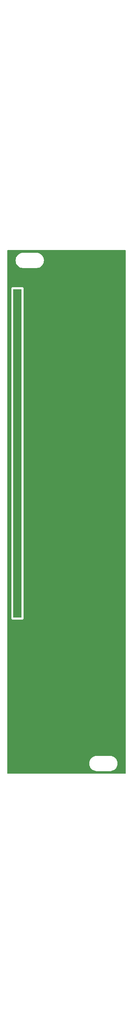
<source format=gbr>
%TF.GenerationSoftware,KiCad,Pcbnew,8.0.4*%
%TF.CreationDate,2024-09-27T18:26:46+01:00*%
%TF.ProjectId,EuroRackPanel-6HP-30mm,4575726f-5261-4636-9b50-616e656c2d36,rev?*%
%TF.SameCoordinates,Original*%
%TF.FileFunction,Copper,L2,Bot*%
%TF.FilePolarity,Positive*%
%FSLAX46Y46*%
G04 Gerber Fmt 4.6, Leading zero omitted, Abs format (unit mm)*
G04 Created by KiCad (PCBNEW 8.0.4) date 2024-09-27 18:26:46*
%MOMM*%
%LPD*%
G01*
G04 APERTURE LIST*
%TA.AperFunction,SMDPad,CuDef*%
%ADD10R,2.000000X80.000000*%
%TD*%
%TA.AperFunction,SMDPad,CuDef*%
%ADD11R,2.000000X110.000000*%
%TD*%
G04 APERTURE END LIST*
D10*
%TO.P,J1,1,Pin_1*%
%TO.N,VCC*%
X53000000Y-100000000D03*
%TD*%
D11*
%TO.P,J2,1,Pin_1*%
%TO.N,GND*%
X77000000Y-115000000D03*
%TD*%
%TA.AperFunction,Conductor*%
%TO.N,GND*%
G36*
X79442539Y-50520185D02*
G01*
X79488294Y-50572989D01*
X79499500Y-50624500D01*
X79499500Y-177875500D01*
X79479815Y-177942539D01*
X79427011Y-177988294D01*
X79375500Y-177999500D01*
X50624500Y-177999500D01*
X50557461Y-177979815D01*
X50511706Y-177927011D01*
X50500500Y-177875500D01*
X50500500Y-175378711D01*
X70549500Y-175378711D01*
X70549500Y-175621288D01*
X70581161Y-175861785D01*
X70643947Y-176096104D01*
X70736773Y-176320205D01*
X70736776Y-176320212D01*
X70858064Y-176530289D01*
X70858066Y-176530292D01*
X70858067Y-176530293D01*
X71005733Y-176722736D01*
X71005739Y-176722743D01*
X71177256Y-176894260D01*
X71177262Y-176894265D01*
X71369711Y-177041936D01*
X71579788Y-177163224D01*
X71803900Y-177256054D01*
X72038211Y-177318838D01*
X72218586Y-177342584D01*
X72278711Y-177350500D01*
X72278712Y-177350500D01*
X75721289Y-177350500D01*
X75769388Y-177344167D01*
X75961789Y-177318838D01*
X76196100Y-177256054D01*
X76420212Y-177163224D01*
X76630289Y-177041936D01*
X76822738Y-176894265D01*
X76994265Y-176722738D01*
X77141936Y-176530289D01*
X77263224Y-176320212D01*
X77356054Y-176096100D01*
X77418838Y-175861789D01*
X77450500Y-175621288D01*
X77450500Y-175378712D01*
X77418838Y-175138211D01*
X77356054Y-174903900D01*
X77263224Y-174679788D01*
X77141936Y-174469711D01*
X76994265Y-174277262D01*
X76994260Y-174277256D01*
X76822743Y-174105739D01*
X76822736Y-174105733D01*
X76630293Y-173958067D01*
X76630292Y-173958066D01*
X76630289Y-173958064D01*
X76420212Y-173836776D01*
X76420205Y-173836773D01*
X76196104Y-173743947D01*
X75961785Y-173681161D01*
X75721289Y-173649500D01*
X75721288Y-173649500D01*
X72278712Y-173649500D01*
X72278711Y-173649500D01*
X72038214Y-173681161D01*
X71803895Y-173743947D01*
X71579794Y-173836773D01*
X71579785Y-173836777D01*
X71369706Y-173958067D01*
X71177263Y-174105733D01*
X71177256Y-174105739D01*
X71005739Y-174277256D01*
X71005733Y-174277263D01*
X70858067Y-174469706D01*
X70736777Y-174679785D01*
X70736773Y-174679794D01*
X70643947Y-174903895D01*
X70581161Y-175138214D01*
X70549500Y-175378711D01*
X50500500Y-175378711D01*
X50500500Y-59952135D01*
X51499500Y-59952135D01*
X51499500Y-140047870D01*
X51499501Y-140047876D01*
X51505908Y-140107483D01*
X51556202Y-140242328D01*
X51556206Y-140242335D01*
X51642452Y-140357544D01*
X51642455Y-140357547D01*
X51757664Y-140443793D01*
X51757671Y-140443797D01*
X51892517Y-140494091D01*
X51892516Y-140494091D01*
X51899444Y-140494835D01*
X51952127Y-140500500D01*
X54047872Y-140500499D01*
X54107483Y-140494091D01*
X54242331Y-140443796D01*
X54357546Y-140357546D01*
X54443796Y-140242331D01*
X54494091Y-140107483D01*
X54500500Y-140047873D01*
X54500499Y-59952128D01*
X54494091Y-59892517D01*
X54443796Y-59757669D01*
X54443795Y-59757668D01*
X54443793Y-59757664D01*
X54357547Y-59642455D01*
X54357544Y-59642452D01*
X54242335Y-59556206D01*
X54242328Y-59556202D01*
X54107482Y-59505908D01*
X54107483Y-59505908D01*
X54047883Y-59499501D01*
X54047881Y-59499500D01*
X54047873Y-59499500D01*
X54047864Y-59499500D01*
X51952129Y-59499500D01*
X51952123Y-59499501D01*
X51892516Y-59505908D01*
X51757671Y-59556202D01*
X51757664Y-59556206D01*
X51642455Y-59642452D01*
X51642452Y-59642455D01*
X51556206Y-59757664D01*
X51556202Y-59757671D01*
X51505908Y-59892517D01*
X51499501Y-59952116D01*
X51499501Y-59952123D01*
X51499500Y-59952135D01*
X50500500Y-59952135D01*
X50500500Y-52878711D01*
X52549500Y-52878711D01*
X52549500Y-53121288D01*
X52581161Y-53361785D01*
X52643947Y-53596104D01*
X52736773Y-53820205D01*
X52736776Y-53820212D01*
X52858064Y-54030289D01*
X52858066Y-54030292D01*
X52858067Y-54030293D01*
X53005733Y-54222736D01*
X53005739Y-54222743D01*
X53177256Y-54394260D01*
X53177262Y-54394265D01*
X53369711Y-54541936D01*
X53579788Y-54663224D01*
X53803900Y-54756054D01*
X54038211Y-54818838D01*
X54218586Y-54842584D01*
X54278711Y-54850500D01*
X54278712Y-54850500D01*
X57721289Y-54850500D01*
X57769388Y-54844167D01*
X57961789Y-54818838D01*
X58196100Y-54756054D01*
X58420212Y-54663224D01*
X58630289Y-54541936D01*
X58822738Y-54394265D01*
X58994265Y-54222738D01*
X59141936Y-54030289D01*
X59263224Y-53820212D01*
X59356054Y-53596100D01*
X59418838Y-53361789D01*
X59450500Y-53121288D01*
X59450500Y-52878712D01*
X59418838Y-52638211D01*
X59356054Y-52403900D01*
X59263224Y-52179788D01*
X59141936Y-51969711D01*
X58994265Y-51777262D01*
X58994260Y-51777256D01*
X58822743Y-51605739D01*
X58822736Y-51605733D01*
X58630293Y-51458067D01*
X58630292Y-51458066D01*
X58630289Y-51458064D01*
X58420212Y-51336776D01*
X58420205Y-51336773D01*
X58196104Y-51243947D01*
X57961785Y-51181161D01*
X57721289Y-51149500D01*
X57721288Y-51149500D01*
X54278712Y-51149500D01*
X54278711Y-51149500D01*
X54038214Y-51181161D01*
X53803895Y-51243947D01*
X53579794Y-51336773D01*
X53579785Y-51336777D01*
X53369706Y-51458067D01*
X53177263Y-51605733D01*
X53177256Y-51605739D01*
X53005739Y-51777256D01*
X53005733Y-51777263D01*
X52858067Y-51969706D01*
X52736777Y-52179785D01*
X52736773Y-52179794D01*
X52643947Y-52403895D01*
X52581161Y-52638214D01*
X52549500Y-52878711D01*
X50500500Y-52878711D01*
X50500500Y-50624500D01*
X50520185Y-50557461D01*
X50572989Y-50511706D01*
X50624500Y-50500500D01*
X79375500Y-50500500D01*
X79442539Y-50520185D01*
G37*
%TD.AperFunction*%
%TD*%
M02*

</source>
